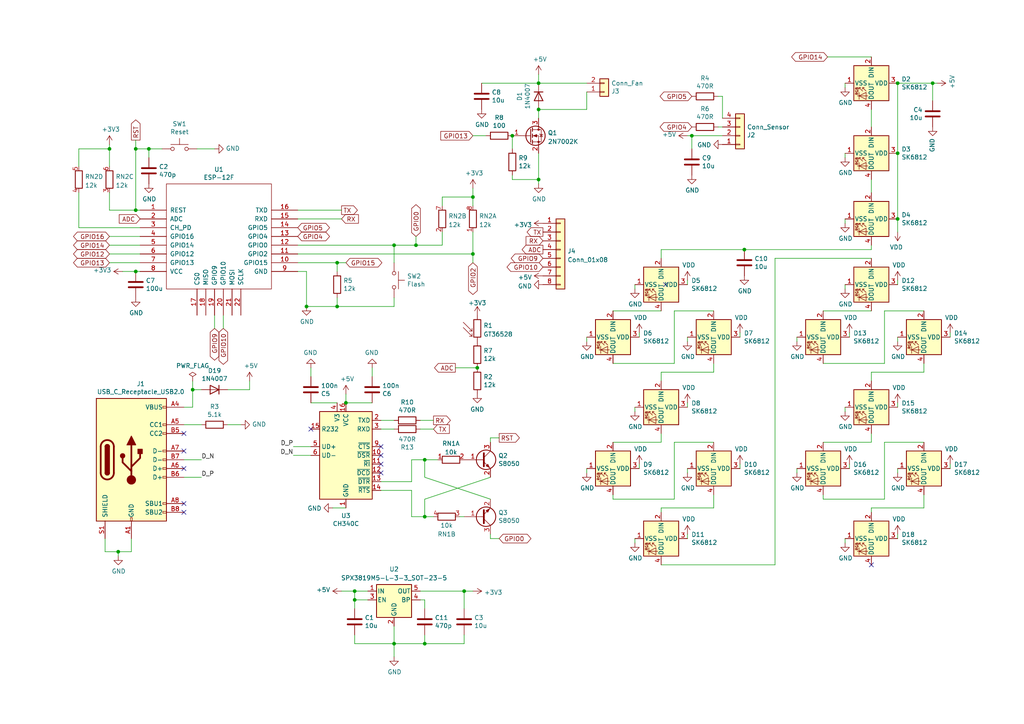
<source format=kicad_sch>
(kicad_sch (version 20211123) (generator eeschema)
  (paper "A4")
  (title_block (title "ESPriktning"))
  (junction (at 137.16 73.66))
  (junction (at 39.37 78.74))
  (junction (at 114.3 186.69))
  (junction (at 138.43 106.68))
  (junction (at 43.18 43.18))
  (junction (at 260.35 63.5))
  (junction (at 156.21 52.07))
  (junction (at 137.16 57.15))
  (junction (at 270.51 24.13))
  (junction (at 260.35 24.13))
  (junction (at 39.37 60.96))
  (junction (at 102.87 171.45))
  (junction (at 156.21 24.13))
  (junction (at 97.79 76.2))
  (junction (at 123.19 186.69))
  (junction (at 148.59 39.37))
  (junction (at 260.35 44.45))
  (junction (at 100.33 116.84))
  (junction (at 39.37 43.18))
  (junction (at 34.29 160.02))
  (junction (at 120.65 71.12))
  (junction (at 123.19 149.86))
  (junction (at 31.75 43.18))
  (junction (at 114.3 71.12))
  (junction (at 200.66 39.37))
  (junction (at 97.79 88.9))
  (junction (at 156.21 31.75))
  (junction (at 88.9 88.9))
  (junction (at 134.62 171.45))
  (junction (at 123.19 133.35))
  (junction (at 215.9 72.39))
  (junction (at 102.87 173.99))
  (junction (at 55.88 113.03))
  (no_connect (at 110.49 132.08))
  (no_connect (at 53.34 125.73))
  (no_connect (at 53.34 148.59))
  (no_connect (at 252.73 163.83))
  (no_connect (at 110.49 129.54))
  (no_connect (at 110.49 134.62))
  (no_connect (at 90.17 124.46))
  (no_connect (at 53.34 130.81))
  (no_connect (at 53.34 135.89))
  (no_connect (at 193.04 82.55))
  (no_connect (at 110.49 137.16))
  (no_connect (at 53.34 146.05))
  (wire (pts (xy 86.36 71.12) (xy 114.3 71.12)))
  (wire (pts (xy 114.3 76.2) (xy 114.3 71.12)))
  (wire (pts (xy 195.58 90.17) (xy 207.01 90.17)))
  (wire (pts (xy 148.59 50.8) (xy 148.59 52.07)))
  (wire (pts (xy 214.63 97.79) (xy 214.63 96.52)))
  (wire (pts (xy 114.3 88.9) (xy 97.79 88.9)))
  (wire (pts (xy 119.38 133.35) (xy 123.19 133.35)))
  (wire (pts (xy 214.63 135.89) (xy 214.63 134.62)))
  (wire (pts (xy 97.79 76.2) (xy 100.33 76.2)))
  (wire (pts (xy 156.21 44.45) (xy 156.21 52.07)))
  (wire (pts (xy 252.73 147.32) (xy 252.73 148.59)))
  (wire (pts (xy 191.77 107.95) (xy 191.77 110.49)))
  (wire (pts (xy 123.19 149.86) (xy 125.73 149.86)))
  (wire (pts (xy 209.55 27.94) (xy 209.55 34.29)))
  (wire (pts (xy 191.77 125.73) (xy 191.77 128.27)))
  (wire (pts (xy 53.34 133.35) (xy 58.42 133.35)))
  (wire (pts (xy 170.18 31.75) (xy 156.21 31.75)))
  (wire (pts (xy 137.16 73.66) (xy 137.16 76.2)))
  (wire (pts (xy 40.64 68.58) (xy 31.75 68.58)))
  (wire (pts (xy 85.09 129.54) (xy 90.17 129.54)))
  (wire (pts (xy 123.19 184.15) (xy 123.19 186.69)))
  (wire (pts (xy 119.38 149.86) (xy 123.19 149.86)))
  (wire (pts (xy 132.08 106.68) (xy 138.43 106.68)))
  (wire (pts (xy 170.18 26.67) (xy 170.18 31.75)))
  (wire (pts (xy 107.95 116.84) (xy 100.33 116.84)))
  (wire (pts (xy 252.73 72.39) (xy 215.9 72.39)))
  (wire (pts (xy 97.79 116.84) (xy 90.17 116.84)))
  (wire (pts (xy 224.79 163.83) (xy 224.79 74.93)))
  (wire (pts (xy 40.64 76.2) (xy 31.75 76.2)))
  (wire (pts (xy 144.78 156.21) (xy 142.24 156.21)))
  (wire (pts (xy 200.66 43.18) (xy 200.66 39.37)))
  (wire (pts (xy 30.48 156.21) (xy 30.48 160.02)))
  (wire (pts (xy 170.18 97.79) (xy 170.18 99.06)))
  (wire (pts (xy 123.19 186.69) (xy 114.3 186.69)))
  (wire (pts (xy 207.01 143.51) (xy 207.01 147.32)))
  (wire (pts (xy 100.33 147.32) (xy 96.52 147.32)))
  (wire (pts (xy 114.3 181.61) (xy 114.3 186.69)))
  (wire (pts (xy 208.28 36.83) (xy 209.55 36.83)))
  (wire (pts (xy 86.36 78.74) (xy 88.9 78.74)))
  (wire (pts (xy 34.29 160.02) (xy 38.1 160.02)))
  (wire (pts (xy 137.16 57.15) (xy 137.16 59.69)))
  (wire (pts (xy 231.14 97.79) (xy 231.14 99.06)))
  (wire (pts (xy 200.66 39.37) (xy 199.39 39.37)))
  (wire (pts (xy 128.27 57.15) (xy 137.16 57.15)))
  (wire (pts (xy 134.62 186.69) (xy 123.19 186.69)))
  (wire (pts (xy 43.18 45.72) (xy 43.18 43.18)))
  (wire (pts (xy 43.18 43.18) (xy 46.99 43.18)))
  (wire (pts (xy 31.75 43.18) (xy 22.86 43.18)))
  (wire (pts (xy 238.76 144.78) (xy 256.54 144.78)))
  (wire (pts (xy 40.64 73.66) (xy 31.75 73.66)))
  (wire (pts (xy 125.73 121.92) (xy 121.92 121.92)))
  (wire (pts (xy 31.75 60.96) (xy 39.37 60.96)))
  (wire (pts (xy 114.3 124.46) (xy 110.49 124.46)))
  (wire (pts (xy 86.36 60.96) (xy 99.06 60.96)))
  (wire (pts (xy 66.04 113.03) (xy 72.39 113.03)))
  (wire (pts (xy 39.37 43.18) (xy 43.18 43.18)))
  (wire (pts (xy 30.48 160.02) (xy 34.29 160.02)))
  (wire (pts (xy 39.37 43.18) (xy 39.37 40.64)))
  (wire (pts (xy 185.42 97.79) (xy 185.42 96.52)))
  (wire (pts (xy 114.3 186.69) (xy 102.87 186.69)))
  (wire (pts (xy 156.21 24.13) (xy 170.18 24.13)))
  (wire (pts (xy 267.97 105.41) (xy 267.97 107.95)))
  (wire (pts (xy 238.76 105.41) (xy 256.54 105.41)))
  (wire (pts (xy 99.06 171.45) (xy 102.87 171.45)))
  (wire (pts (xy 97.79 86.36) (xy 97.79 88.9)))
  (wire (pts (xy 195.58 144.78) (xy 195.58 128.27)))
  (wire (pts (xy 170.18 137.16) (xy 170.18 135.89)))
  (wire (pts (xy 245.11 83.82) (xy 245.11 82.55)))
  (wire (pts (xy 260.35 82.55) (xy 260.35 81.28)))
  (wire (pts (xy 102.87 171.45) (xy 102.87 173.99)))
  (wire (pts (xy 134.62 184.15) (xy 134.62 186.69)))
  (wire (pts (xy 199.39 97.79) (xy 199.39 99.06)))
  (wire (pts (xy 245.11 45.72) (xy 245.11 44.45)))
  (wire (pts (xy 88.9 78.74) (xy 88.9 88.9)))
  (wire (pts (xy 114.3 71.12) (xy 120.65 71.12)))
  (wire (pts (xy 195.58 144.78) (xy 177.8 144.78)))
  (wire (pts (xy 133.35 149.86) (xy 134.62 149.86)))
  (wire (pts (xy 31.75 55.88) (xy 31.75 60.96)))
  (wire (pts (xy 110.49 142.24) (xy 119.38 142.24)))
  (wire (pts (xy 58.42 123.19) (xy 53.34 123.19)))
  (wire (pts (xy 256.54 128.27) (xy 267.97 128.27)))
  (wire (pts (xy 134.62 171.45) (xy 134.62 176.53)))
  (wire (pts (xy 156.21 34.29) (xy 156.21 31.75)))
  (wire (pts (xy 195.58 105.41) (xy 195.58 90.17)))
  (wire (pts (xy 137.16 67.31) (xy 137.16 73.66)))
  (wire (pts (xy 55.88 113.03) (xy 55.88 118.11)))
  (wire (pts (xy 123.19 173.99) (xy 123.19 176.53)))
  (wire (pts (xy 191.77 163.83) (xy 224.79 163.83)))
  (wire (pts (xy 246.38 97.79) (xy 246.38 96.52)))
  (wire (pts (xy 260.35 24.13) (xy 260.35 44.45)))
  (wire (pts (xy 128.27 67.31) (xy 128.27 71.12)))
  (wire (pts (xy 64.77 95.25) (xy 64.77 91.44)))
  (wire (pts (xy 252.73 71.12) (xy 252.73 72.39)))
  (wire (pts (xy 114.3 121.92) (xy 110.49 121.92)))
  (wire (pts (xy 252.73 125.73) (xy 252.73 128.27)))
  (wire (pts (xy 256.54 144.78) (xy 256.54 128.27)))
  (wire (pts (xy 245.11 64.77) (xy 245.11 63.5)))
  (wire (pts (xy 177.8 143.51) (xy 177.8 144.78)))
  (wire (pts (xy 252.73 55.88) (xy 252.73 52.07)))
  (wire (pts (xy 191.77 90.17) (xy 177.8 90.17)))
  (wire (pts (xy 260.35 137.16) (xy 260.35 135.89)))
  (wire (pts (xy 85.09 132.08) (xy 90.17 132.08)))
  (wire (pts (xy 224.79 74.93) (xy 252.73 74.93)))
  (wire (pts (xy 100.33 116.84) (xy 100.33 114.3)))
  (wire (pts (xy 275.59 97.79) (xy 275.59 96.52)))
  (wire (pts (xy 142.24 128.27) (xy 142.24 127)))
  (wire (pts (xy 128.27 57.15) (xy 128.27 59.69)))
  (wire (pts (xy 53.34 138.43) (xy 58.42 138.43)))
  (wire (pts (xy 209.55 39.37) (xy 200.66 39.37)))
  (wire (pts (xy 39.37 43.18) (xy 39.37 60.96)))
  (wire (pts (xy 53.34 118.11) (xy 55.88 118.11)))
  (wire (pts (xy 102.87 173.99) (xy 102.87 176.53)))
  (wire (pts (xy 240.03 16.51) (xy 252.73 16.51)))
  (wire (pts (xy 142.24 127) (xy 144.78 127)))
  (wire (pts (xy 62.23 95.25) (xy 62.23 91.44)))
  (wire (pts (xy 102.87 171.45) (xy 106.68 171.45)))
  (wire (pts (xy 156.21 24.13) (xy 156.21 21.59)))
  (wire (pts (xy 31.75 43.18) (xy 31.75 48.26)))
  (wire (pts (xy 267.97 143.51) (xy 267.97 147.32)))
  (wire (pts (xy 38.1 160.02) (xy 38.1 156.21)))
  (wire (pts (xy 123.19 149.86) (xy 123.19 144.78)))
  (wire (pts (xy 184.15 157.48) (xy 184.15 156.21)))
  (wire (pts (xy 185.42 135.89) (xy 185.42 134.62)))
  (wire (pts (xy 215.9 72.39) (xy 191.77 72.39)))
  (wire (pts (xy 252.73 128.27) (xy 238.76 128.27)))
  (wire (pts (xy 22.86 43.18) (xy 22.86 48.26)))
  (wire (pts (xy 246.38 135.89) (xy 246.38 134.62)))
  (wire (pts (xy 184.15 83.82) (xy 184.15 82.55)))
  (wire (pts (xy 207.01 107.95) (xy 191.77 107.95)))
  (wire (pts (xy 123.19 138.43) (xy 123.19 133.35)))
  (wire (pts (xy 62.23 43.18) (xy 57.15 43.18)))
  (wire (pts (xy 72.39 113.03) (xy 72.39 110.49)))
  (wire (pts (xy 31.75 41.91) (xy 31.75 43.18)))
  (wire (pts (xy 39.37 60.96) (xy 40.64 60.96)))
  (wire (pts (xy 142.24 144.78) (xy 123.19 138.43)))
  (wire (pts (xy 252.73 90.17) (xy 238.76 90.17)))
  (wire (pts (xy 58.42 113.03) (xy 55.88 113.03)))
  (wire (pts (xy 245.11 25.4) (xy 245.11 24.13)))
  (wire (pts (xy 184.15 119.38) (xy 184.15 118.11)))
  (wire (pts (xy 123.19 144.78) (xy 142.24 138.43)))
  (wire (pts (xy 207.01 105.41) (xy 207.01 107.95)))
  (wire (pts (xy 260.35 156.21) (xy 260.35 154.94)))
  (wire (pts (xy 114.3 88.9) (xy 114.3 86.36)))
  (wire (pts (xy 260.35 24.13) (xy 270.51 24.13)))
  (wire (pts (xy 275.59 135.89) (xy 275.59 134.62)))
  (wire (pts (xy 119.38 142.24) (xy 119.38 149.86)))
  (wire (pts (xy 86.36 76.2) (xy 97.79 76.2)))
  (wire (pts (xy 55.88 110.49) (xy 55.88 113.03)))
  (wire (pts (xy 34.29 161.29) (xy 34.29 160.02)))
  (wire (pts (xy 156.21 24.13) (xy 139.7 24.13)))
  (wire (pts (xy 199.39 82.55) (xy 199.39 81.28)))
  (wire (pts (xy 156.21 52.07) (xy 156.21 53.34)))
  (wire (pts (xy 40.64 71.12) (xy 31.75 71.12)))
  (wire (pts (xy 102.87 184.15) (xy 102.87 186.69)))
  (wire (pts (xy 120.65 71.12) (xy 128.27 71.12)))
  (wire (pts (xy 148.59 43.18) (xy 148.59 39.37)))
  (wire (pts (xy 256.54 90.17) (xy 267.97 90.17)))
  (wire (pts (xy 191.77 128.27) (xy 177.8 128.27)))
  (wire (pts (xy 195.58 128.27) (xy 207.01 128.27)))
  (wire (pts (xy 260.35 44.45) (xy 260.35 63.5)))
  (wire (pts (xy 120.65 68.58) (xy 120.65 71.12)))
  (wire (pts (xy 260.35 118.11) (xy 260.35 116.84)))
  (wire (pts (xy 22.86 66.04) (xy 40.64 66.04)))
  (wire (pts (xy 121.92 173.99) (xy 123.19 173.99)))
  (wire (pts (xy 199.39 137.16) (xy 199.39 135.89)))
  (wire (pts (xy 22.86 55.88) (xy 22.86 66.04)))
  (wire (pts (xy 107.95 109.22) (xy 107.95 106.68)))
  (wire (pts (xy 252.73 107.95) (xy 252.73 110.49)))
  (wire (pts (xy 137.16 171.45) (xy 134.62 171.45)))
  (wire (pts (xy 35.56 78.74) (xy 39.37 78.74)))
  (wire (pts (xy 121.92 171.45) (xy 134.62 171.45)))
  (wire (pts (xy 199.39 118.11) (xy 199.39 116.84)))
  (wire (pts (xy 199.39 156.21) (xy 199.39 154.94)))
  (wire (pts (xy 137.16 57.15) (xy 137.16 54.61)))
  (wire (pts (xy 39.37 78.74) (xy 40.64 78.74)))
  (wire (pts (xy 148.59 52.07) (xy 156.21 52.07)))
  (wire (pts (xy 125.73 124.46) (xy 121.92 124.46)))
  (wire (pts (xy 191.77 147.32) (xy 191.77 148.59)))
  (wire (pts (xy 270.51 24.13) (xy 271.78 24.13)))
  (wire (pts (xy 208.28 27.94) (xy 209.55 27.94)))
  (wire (pts (xy 256.54 105.41) (xy 256.54 90.17)))
  (wire (pts (xy 86.36 73.66) (xy 137.16 73.66)))
  (wire (pts (xy 267.97 107.95) (xy 252.73 107.95)))
  (wire (pts (xy 114.3 190.5) (xy 114.3 186.69)))
  (wire (pts (xy 86.36 63.5) (xy 99.06 63.5)))
  (wire (pts (xy 97.79 88.9) (xy 88.9 88.9)))
  (wire (pts (xy 267.97 147.32) (xy 252.73 147.32)))
  (wire (pts (xy 142.24 156.21) (xy 142.24 154.94)))
  (wire (pts (xy 123.19 133.35) (xy 127 133.35)))
  (wire (pts (xy 110.49 139.7) (xy 119.38 139.7)))
  (wire (pts (xy 245.11 119.38) (xy 245.11 118.11)))
  (wire (pts (xy 66.04 123.19) (xy 69.85 123.19)))
  (wire (pts (xy 191.77 72.39) (xy 191.77 74.93)))
  (wire (pts (xy 177.8 105.41) (xy 195.58 105.41)))
  (wire (pts (xy 102.87 173.99) (xy 106.68 173.99)))
  (wire (pts (xy 207.01 147.32) (xy 191.77 147.32)))
  (wire (pts (xy 252.73 36.83) (xy 252.73 31.75)))
  (wire (pts (xy 231.14 137.16) (xy 231.14 135.89)))
  (wire (pts (xy 245.11 157.48) (xy 245.11 156.21)))
  (wire (pts (xy 238.76 143.51) (xy 238.76 144.78)))
  (wire (pts (xy 260.35 63.5) (xy 260.35 67.31)))
  (wire (pts (xy 260.35 97.79) (xy 260.35 99.06)))
  (wire (pts (xy 119.38 139.7) (xy 119.38 133.35)))
  (wire (pts (xy 270.51 29.21) (xy 270.51 24.13)))
  (wire (pts (xy 97.79 76.2) (xy 97.79 78.74)))
  (wire (pts (xy 137.16 39.37) (xy 140.97 39.37)))
  (wire (pts (xy 90.17 109.22) (xy 90.17 106.68)))
  (label "D_P" (at 85.09 129.54 180))
  (label "D_N" (at 58.42 133.35 0))
  (label "D_N" (at 85.09 132.08 180))
  (label "D_P" (at 58.42 138.43 0))
  (global_label "RST" (shape output) (at 144.78 127 0) (property "Intersheet References" "${INTERSHEET_REFS}" (effects hide)))
  (global_label "GPIO10" (shape bidirectional) (at 64.77 95.25 270) (property "Intersheet References" "${INTERSHEET_REFS}" (effects hide)))
  (global_label "GPIO16" (shape bidirectional) (at 31.75 68.58 180) (property "Intersheet References" "${INTERSHEET_REFS}" (effects hide)))
  (global_label "GPIO15" (shape bidirectional) (at 100.33 76.2 0) (property "Intersheet References" "${INTERSHEET_REFS}" (effects hide)))
  (global_label "GPIO0" (shape bidirectional) (at 120.65 68.58 90) (property "Intersheet References" "${INTERSHEET_REFS}" (effects hide)))
  (global_label "GPIO10" (shape bidirectional) (at 157.48 77.47 180) (property "Intersheet References" "${INTERSHEET_REFS}" (effects hide)))
  (global_label "GPIO14" (shape bidirectional) (at 240.03 16.51 180) (property "Intersheet References" "${INTERSHEET_REFS}" (effects hide)))
  (global_label "ADC" (shape output) (at 157.48 72.39 180) (property "Intersheet References" "${INTERSHEET_REFS}" (effects hide)))
  (global_label "GPIO4" (shape bidirectional) (at 86.36 68.58 0) (property "Intersheet References" "${INTERSHEET_REFS}" (effects hide)))
  (global_label "GPIO13" (shape input) (at 137.16 39.37 180) (property "Intersheet References" "${INTERSHEET_REFS}" (effects hide)))
  (global_label "GPIO5" (shape bidirectional) (at 200.66 27.94 180) (property "Intersheet References" "${INTERSHEET_REFS}" (effects hide)))
  (global_label "GPIO14" (shape bidirectional) (at 31.75 71.12 180) (property "Intersheet References" "${INTERSHEET_REFS}" (effects hide)))
  (global_label "RX" (shape output) (at 125.73 121.92 0) (property "Intersheet References" "${INTERSHEET_REFS}" (effects hide)))
  (global_label "RST" (shape output) (at 39.37 40.64 90) (property "Intersheet References" "${INTERSHEET_REFS}" (effects hide)))
  (global_label "TX" (shape output) (at 157.48 67.31 180) (property "Intersheet References" "${INTERSHEET_REFS}" (effects hide)))
  (global_label "TX" (shape input) (at 125.73 124.46 0) (property "Intersheet References" "${INTERSHEET_REFS}" (effects hide)))
  (global_label "TX" (shape output) (at 99.06 60.96 0) (property "Intersheet References" "${INTERSHEET_REFS}" (effects hide)))
  (global_label "GPIO0" (shape bidirectional) (at 144.78 156.21 0) (property "Intersheet References" "${INTERSHEET_REFS}" (effects hide)))
  (global_label "GPIO5" (shape bidirectional) (at 86.36 66.04 0) (property "Intersheet References" "${INTERSHEET_REFS}" (effects hide)))
  (global_label "ADC" (shape output) (at 132.08 106.68 180) (property "Intersheet References" "${INTERSHEET_REFS}" (effects hide)))
  (global_label "GPIO4" (shape bidirectional) (at 200.66 36.83 180) (property "Intersheet References" "${INTERSHEET_REFS}" (effects hide)))
  (global_label "GPIO9" (shape bidirectional) (at 62.23 95.25 270) (property "Intersheet References" "${INTERSHEET_REFS}" (effects hide)))
  (global_label "RX" (shape input) (at 157.48 69.85 180) (property "Intersheet References" "${INTERSHEET_REFS}" (effects hide)))
  (global_label "GPIO13" (shape bidirectional) (at 31.75 76.2 180) (property "Intersheet References" "${INTERSHEET_REFS}" (effects hide)))
  (global_label "GPIO12" (shape bidirectional) (at 31.75 73.66 180) (property "Intersheet References" "${INTERSHEET_REFS}" (effects hide)))
  (global_label "ADC" (shape input) (at 40.64 63.5 180) (property "Intersheet References" "${INTERSHEET_REFS}" (effects hide)))
  (global_label "GPIO2" (shape bidirectional) (at 137.16 76.2 270) (property "Intersheet References" "${INTERSHEET_REFS}" (effects hide)))
  (global_label "RX" (shape input) (at 99.06 63.5 0) (property "Intersheet References" "${INTERSHEET_REFS}" (effects hide)))
  (global_label "GPIO9" (shape bidirectional) (at 157.48 74.93 180) (property "Intersheet References" "${INTERSHEET_REFS}" (effects hide)))
  (symbol (lib_id "ESP8266:ESP-12F") (at 63.5 68.58 0) (unit 1)
    (property "Reference" "U1" (at 63.5 49.149 0))
    (property "Value" "ESP-12F" (at 63.5 51.4604 0))
    (property "Footprint" "ESP8266:ESP-12E_SMD" (effects hide))
    (property "LCSC" "C82891" (effects hide))
  )
  (symbol (lib_id "power:GND") (at 88.9 88.9 0) (unit 1)
    (property "Reference" "#PWR08" (effects hide))
    (property "Value" "GND" (at 89.027 93.2942 0))
  )
  (symbol (lib_id "Regulator_Linear:SPX3819M5-L-3-3") (at 114.3 173.99 0) (unit 1)
    (property "Reference" "U2" (at 114.3 165.1 0))
    (property "Value" "SPX3819M5-L-3-3_SOT-23-5" (at 114.3 167.64 0))
    (property "Footprint" "Package_TO_SOT_SMD:SOT-23-5" (effects hide))
    (property "Datasheet" "https://www.exar.com/content/document.ashx?id=22106&languageid=1033&type=Datasheet&partnumber=SPX3819&filename=SPX3819.pdf&part=SPX3819" (effects hide))
  )
  (symbol (lib_id "power:+5V") (at 99.06 171.45 90) (unit 1)
    (property "Reference" "#PWR09" (effects hide))
    (property "Value" "+5V" (at 95.8088 171.069 90) (effects (justify left)))
  )
  (symbol (lib_id "power:GND") (at 114.3 190.5 0) (unit 1)
    (property "Reference" "#PWR012" (effects hide))
    (property "Value" "GND" (at 114.427 194.8942 0))
  )
  (symbol (lib_id "Device:R") (at 144.78 39.37 270) (unit 1)
    (property "Reference" "R8" (at 144.78 34.1122 90))
    (property "Value" "100" (at 144.78 36.4236 90))
    (property "Footprint" "Resistor_SMD:R_0603_1608Metric" (effects hide))
    (property "LCSC" "C86983" (effects hide))
  )
  (symbol (lib_id "Device:R") (at 148.59 46.99 0) (unit 1)
    (property "Reference" "R9" (at 150.368 45.8216 0) (effects (justify left)))
    (property "Value" "12k" (at 150.368 48.133 0) (effects (justify left)))
    (property "Footprint" "Resistor_SMD:R_0603_1608Metric" (effects hide))
    (property "LCSC" "C98220" (effects hide))
  )
  (symbol (lib_id "power:GND") (at 156.21 53.34 0) (unit 1)
    (property "Reference" "#PWR016" (effects hide))
    (property "Value" "GND" (at 156.337 57.7342 0))
  )
  (symbol (lib_id "power:+5V") (at 156.21 21.59 0) (unit 1)
    (property "Reference" "#PWR015" (effects hide))
    (property "Value" "+5V" (at 156.591 17.1958 0))
  )
  (symbol (lib_id "Connector_Generic:Conn_01x02") (at 175.26 26.67 0) (mirror x) (unit 1)
    (property "Reference" "J3" (at 177.292 26.4668 0) (effects (justify left)))
    (property "Value" "Conn_Fan" (at 177.292 24.1554 0) (effects (justify left)))
    (property "Footprint" "Connector_Molex:Molex_PicoBlade_53398-0271_1x02-1MP_P1.25mm_Vertical" (effects hide))
    (property "LCSC" "C122410" (effects hide))
  )
  (symbol (lib_id "Device:R") (at 97.79 82.55 0) (unit 1)
    (property "Reference" "R5" (at 99.568 81.3816 0) (effects (justify left)))
    (property "Value" "12k" (at 99.568 83.693 0) (effects (justify left)))
    (property "Footprint" "Resistor_SMD:R_0603_1608Metric" (effects hide))
    (property "LCSC" "C98220" (effects hide))
  )
  (symbol (lib_id "power:GND") (at 270.51 36.83 0) (mirror y) (unit 1)
    (property "Reference" "#PWR047" (effects hide))
    (property "Value" "GND" (at 270.383 40.0812 90) (effects (justify right)))
  )
  (symbol (lib_id "Switch:SW_Push") (at 114.3 81.28 270) (unit 1)
    (property "Reference" "SW2" (at 118.0592 80.1116 90) (effects (justify left)))
    (property "Value" "Flash" (at 118.0592 82.423 90) (effects (justify left)))
    (property "Footprint" "Connector_PinHeader_1.00mm:PinHeader_1x02_P1.00mm_Vertical" (effects hide))
  )
  (symbol (lib_id "Switch:SW_Push") (at 52.07 43.18 0) (unit 1)
    (property "Reference" "SW1" (at 52.07 35.941 0))
    (property "Value" "Reset" (at 52.07 38.2524 0))
    (property "Footprint" "Connector_PinHeader_1.00mm:PinHeader_1x02_P1.00mm_Vertical" (effects hide))
  )
  (symbol (lib_id "Device:C") (at 43.18 49.53 0) (unit 1)
    (property "Reference" "C2" (at 46.101 48.3616 0) (effects (justify left)))
    (property "Value" "470p" (at 46.101 50.673 0) (effects (justify left)))
    (property "Footprint" "Capacitor_SMD:C_0603_1608Metric" (effects hide))
    (property "LCSC" "C123573" (effects hide))
  )
  (symbol (lib_id "power:GND") (at 43.18 53.34 0) (unit 1)
    (property "Reference" "#PWR04" (effects hide))
    (property "Value" "GND" (at 43.307 57.7342 0))
  )
  (symbol (lib_id "Connector:USB_C_Receptacle_USB2.0") (at 38.1 133.35 0) (unit 1)
    (property "Reference" "J1" (at 40.8178 111.3282 0))
    (property "Value" "USB_C_Receptacle_USB2.0" (at 40.8178 113.6396 0))
    (property "Footprint" "espriktning:usb-c-vertical-8" (effects hide))
    (property "Datasheet" "https://www.usb.org/sites/default/files/documents/usb_type-c.zip" (effects hide))
    (property "LCSC" "C2908199" (effects hide))
  )
  (symbol (lib_id "power:+5V") (at 271.78 24.13 270) (mirror x) (unit 1)
    (property "Reference" "#PWR050" (effects hide))
    (property "Value" "+5V" (at 276.1742 23.749 0))
  )
  (symbol (lib_id "power:GND") (at 34.29 161.29 0) (unit 1)
    (property "Reference" "#PWR02" (effects hide))
    (property "Value" "GND" (at 34.417 165.6842 0))
  )
  (symbol (lib_id "Device:R") (at 62.23 123.19 270) (unit 1)
    (property "Reference" "R3" (at 62.23 117.9322 90))
    (property "Value" "5.1k" (at 62.23 120.2436 90))
    (property "Footprint" "Resistor_SMD:R_0603_1608Metric" (effects hide))
    (property "LCSC" "C156350" (effects hide))
  )
  (symbol (lib_id "power:GND") (at 69.85 123.19 90) (unit 1)
    (property "Reference" "#PWR07" (effects hide))
    (property "Value" "GND" (at 73.1012 123.063 90) (effects (justify right)))
  )
  (symbol (lib_id "power:+5V") (at 72.39 110.49 0) (unit 1)
    (property "Reference" "#PWR05" (effects hide))
    (property "Value" "+5V" (at 72.771 106.0958 0))
  )
  (symbol (lib_id "power:PWR_FLAG") (at 55.88 110.49 0) (unit 1)
    (property "Reference" "#FLG01" (effects hide))
    (property "Value" "PWR_FLAG" (at 55.88 106.0958 0))
  )
  (symbol (lib_id "Device:C") (at 270.51 33.02 0) (mirror y) (unit 1)
    (property "Reference" "C4" (at 267.589 31.8516 0) (effects (justify left)))
    (property "Value" "10u" (at 267.589 34.163 0) (effects (justify left)))
    (property "Footprint" "Capacitor_SMD:C_1206_3216Metric" (effects hide))
    (property "LCSC" "C9807" (effects hide))
  )
  (symbol (lib_id "Connector_Generic:Conn_01x04") (at 214.63 39.37 0) (mirror x) (unit 1)
    (property "Reference" "J2" (at 216.662 39.1668 0) (effects (justify left)))
    (property "Value" "Conn_Sensor" (at 216.662 36.8554 0) (effects (justify left)))
    (property "Footprint" "espriktning:X1502WVS-04-9TSN" (effects hide))
    (property "LCSC" "C234195" (effects hide))
  )
  (symbol (lib_id "power:+5V") (at 199.39 39.37 90) (unit 1)
    (property "Reference" "#PWR010" (effects hide))
    (property "Value" "+5V" (at 196.1388 38.989 90) (effects (justify left)))
  )
  (symbol (lib_id "power:GND") (at 62.23 43.18 90) (unit 1)
    (property "Reference" "#PWR06" (effects hide))
    (property "Value" "GND" (at 65.4812 43.053 90) (effects (justify right)))
  )
  (symbol (lib_id "power:GND") (at 209.55 41.91 270) (unit 1)
    (property "Reference" "#PWR011" (effects hide))
    (property "Value" "GND" (at 206.2988 42.037 90) (effects (justify right)))
  )
  (symbol (lib_id "LED:SK6812") (at 252.73 63.5 270) (unit 1)
    (property "Reference" "D4" (at 261.4676 62.3316 90) (effects (justify left)))
    (property "Value" "SK6812" (at 261.4676 64.643 90) (effects (justify left)))
    (property "Footprint" "espriktning:SK6812D-EC3210R" (effects hide))
    (property "Datasheet" "https://cdn-shop.adafruit.com/product-files/1138/SK6812+LED+datasheet+.pdf" (effects hide))
    (property "LCSC" "C2890041" (effects hide))
  )
  (symbol (lib_id "power:GND") (at 245.11 25.4 0) (unit 1)
    (property "Reference" "#PWR033" (effects hide))
    (property "Value" "GND" (at 245.237 29.7942 0))
  )
  (symbol (lib_id "power:GND") (at 245.11 45.72 0) (unit 1)
    (property "Reference" "#PWR034" (effects hide))
    (property "Value" "GND" (at 245.237 50.1142 0))
  )
  (symbol (lib_id "Device:C") (at 134.62 180.34 0) (unit 1)
    (property "Reference" "C3" (at 137.541 179.1716 0) (effects (justify left)))
    (property "Value" "10u" (at 137.541 181.483 0) (effects (justify left)))
    (property "Footprint" "Capacitor_SMD:C_1206_3216Metric" (effects hide))
    (property "LCSC" "C9807" (effects hide))
  )
  (symbol (lib_id "power:GND") (at 245.11 64.77 0) (unit 1)
    (property "Reference" "#PWR035" (effects hide))
    (property "Value" "GND" (at 245.237 69.1642 0))
  )
  (symbol (lib_id "power:GND") (at 96.52 147.32 270) (unit 1)
    (property "Reference" "#PWR0101" (effects hide))
    (property "Value" "GND" (at 93.2688 147.447 90) (effects (justify right)))
  )
  (symbol (lib_id "Device:R") (at 118.11 121.92 270) (unit 1)
    (property "Reference" "R10" (at 118.11 116.6622 90))
    (property "Value" "470R" (at 118.11 118.9736 90))
    (property "Footprint" "Resistor_SMD:R_0603_1608Metric" (effects hide))
    (property "LCSC" "C116694" (effects hide))
  )
  (symbol (lib_id "power:VDD") (at 260.35 67.31 180) (unit 1)
    (property "Reference" "#PWR041" (effects hide))
    (property "Value" "VDD" (at 259.969 71.7042 0))
  )
  (symbol (lib_id "power:VDD") (at 199.39 81.28 0) (unit 1)
    (property "Reference" "#PWR024" (effects hide))
    (property "Value" "VDD" (at 199.771 76.8858 0))
  )
  (symbol (lib_id "power:VDD") (at 185.42 96.52 0) (unit 1)
    (property "Reference" "#PWR023" (effects hide))
    (property "Value" "VDD" (at 185.801 92.1258 0))
  )
  (symbol (lib_id "power:GND") (at 184.15 83.82 0) (unit 1)
    (property "Reference" "#PWR019" (effects hide))
    (property "Value" "GND" (at 184.277 88.2142 0))
  )
  (symbol (lib_id "Device:C") (at 107.95 113.03 0) (mirror x) (unit 1)
    (property "Reference" "C6" (at 110.871 114.1984 0) (effects (justify left)))
    (property "Value" "100n" (at 110.871 111.887 0) (effects (justify left)))
    (property "Footprint" "Capacitor_SMD:C_0805_2012Metric" (effects hide))
    (property "LCSC" "C9807" (effects hide))
  )
  (symbol (lib_id "power:GND") (at 107.95 106.68 180) (unit 1)
    (property "Reference" "#PWR0102" (effects hide))
    (property "Value" "GND" (at 107.823 102.2858 0))
  )
  (symbol (lib_id "power:GND") (at 199.39 99.06 0) (unit 1)
    (property "Reference" "#PWR025" (effects hide))
    (property "Value" "GND" (at 199.517 103.4542 0))
  )
  (symbol (lib_id "power:GND") (at 170.18 99.06 0) (unit 1)
    (property "Reference" "#PWR018" (effects hide))
    (property "Value" "GND" (at 170.307 103.4542 0))
  )
  (symbol (lib_id "LED:SK6812") (at 252.73 44.45 270) (unit 1)
    (property "Reference" "D3" (at 261.4676 43.2816 90) (effects (justify left)))
    (property "Value" "SK6812" (at 261.4676 45.593 90) (effects (justify left)))
    (property "Footprint" "espriktning:SK6812D-EC3210R" (effects hide))
    (property "Datasheet" "https://cdn-shop.adafruit.com/product-files/1138/SK6812+LED+datasheet+.pdf" (effects hide))
    (property "LCSC" "C2890041" (effects hide))
  )
  (symbol (lib_id "Device:C") (at 39.37 82.55 0) (unit 1)
    (property "Reference" "C7" (at 42.291 81.3816 0) (effects (justify left)))
    (property "Value" "100u" (at 42.291 83.693 0) (effects (justify left)))
    (property "Footprint" "Capacitor_SMD:C_0805_2012Metric" (effects hide))
    (property "LCSC" "C141660" (effects hide))
  )
  (symbol (lib_id "power:GND") (at 184.15 119.38 0) (unit 1)
    (property "Reference" "#PWR020" (effects hide))
    (property "Value" "GND" (at 184.277 123.7742 0))
  )
  (symbol (lib_id "power:VDD") (at 214.63 96.52 0) (unit 1)
    (property "Reference" "#PWR029" (effects hide))
    (property "Value" "VDD" (at 215.011 92.1258 0))
  )
  (symbol (lib_id "Device:R") (at 118.11 124.46 270) (mirror x) (unit 1)
    (property "Reference" "R13" (at 118.11 129.7178 90))
    (property "Value" "470R" (at 118.11 127.4064 90))
    (property "Footprint" "Resistor_SMD:R_0603_1608Metric" (effects hide))
    (property "LCSC" "C116694" (effects hide))
  )
  (symbol (lib_id "power:GND") (at 170.18 137.16 0) (unit 1)
    (property "Reference" "#PWR017" (effects hide))
    (property "Value" "GND" (at 170.307 141.5542 0))
  )
  (symbol (lib_id "power:VDD") (at 199.39 116.84 0) (unit 1)
    (property "Reference" "#PWR026" (effects hide))
    (property "Value" "VDD" (at 199.771 112.4458 0))
  )
  (symbol (lib_id "power:GND") (at 199.39 137.16 0) (unit 1)
    (property "Reference" "#PWR027" (effects hide))
    (property "Value" "GND" (at 199.517 141.5542 0))
  )
  (symbol (lib_id "power:GND") (at 184.15 157.48 0) (unit 1)
    (property "Reference" "#PWR022" (effects hide))
    (property "Value" "GND" (at 184.277 161.8742 0))
  )
  (symbol (lib_id "power:GND") (at 39.37 86.36 0) (unit 1)
    (property "Reference" "#PWR0105" (effects hide))
    (property "Value" "GND" (at 39.497 90.7542 0))
  )
  (symbol (lib_id "power:VDD") (at 185.42 134.62 0) (unit 1)
    (property "Reference" "#PWR021" (effects hide))
    (property "Value" "VDD" (at 185.801 130.2258 0))
  )
  (symbol (lib_id "power:VDD") (at 214.63 134.62 0) (unit 1)
    (property "Reference" "#PWR030" (effects hide))
    (property "Value" "VDD" (at 215.011 130.2258 0))
  )
  (symbol (lib_id "power:VDD") (at 199.39 154.94 0) (unit 1)
    (property "Reference" "#PWR028" (effects hide))
    (property "Value" "VDD" (at 199.771 150.5458 0))
  )
  (symbol (lib_id "power:+5V") (at 100.33 114.3 0) (unit 1)
    (property "Reference" "#PWR0103" (effects hide))
    (property "Value" "+5V" (at 100.711 109.9058 0))
  )
  (symbol (lib_id "power:+3.3V") (at 137.16 171.45 270) (unit 1)
    (property "Reference" "#PWR0106" (effects hide))
    (property "Value" "+3.3V" (at 140.4112 171.831 90) (effects (justify left)))
  )
  (symbol (lib_name "S8050_1") (lib_id "Transistor_BJT:S8050") (at 139.7 133.35 0) (unit 1)
    (property "Reference" "Q2" (at 144.526 132.1816 0) (effects (justify left)))
    (property "Value" "S8050" (at 144.526 134.493 0) (effects (justify left)))
    (property "Footprint" "Package_TO_SOT_SMD:SOT-23" (effects hide))
    (property "Datasheet" "http://www.unisonic.com.tw/datasheet/S8050.pdf" (effects hide))
    (property "LCSC" "C444722" (effects hide))
  )
  (symbol (lib_id "Transistor_BJT:S8050") (at 139.7 149.86 0) (mirror x) (unit 1)
    (property "Reference" "Q3" (at 144.526 148.6916 0) (effects (justify left)))
    (property "Value" "S8050" (at 144.526 151.003 0) (effects (justify left)))
    (property "Footprint" "Package_TO_SOT_SMD:SOT-23" (effects hide))
    (property "Datasheet" "http://www.unisonic.com.tw/datasheet/S8050.pdf" (effects hide))
    (property "LCSC" "C444722" (effects hide))
  )
  (symbol (lib_id "Diode:1N4007") (at 156.21 27.94 270) (unit 1)
    (property "Reference" "D1" (at 150.6982 27.94 0))
    (property "Value" "1N4007" (at 153.0096 27.94 0))
    (property "Footprint" "Diode_SMD:D_SOD-323" (effects hide))
    (property "Datasheet" "http://www.vishay.com/docs/88503/1n4001.pdf" (effects hide))
    (property "LCSC" "C193404" (effects hide))
  )
  (symbol (lib_id "power:GND") (at 245.11 83.82 0) (unit 1)
    (property "Reference" "#PWR036" (effects hide))
    (property "Value" "GND" (at 245.237 88.2142 0))
  )
  (symbol (lib_id "power:GND") (at 260.35 99.06 0) (unit 1)
    (property "Reference" "#PWR043" (effects hide))
    (property "Value" "GND" (at 260.477 103.4542 0))
  )
  (symbol (lib_id "power:GND") (at 231.14 99.06 0) (unit 1)
    (property "Reference" "#PWR032" (effects hide))
    (property "Value" "GND" (at 231.267 103.4542 0))
  )
  (symbol (lib_id "power:GND") (at 245.11 119.38 0) (unit 1)
    (property "Reference" "#PWR037" (effects hide))
    (property "Value" "GND" (at 245.237 123.7742 0))
  )
  (symbol (lib_id "power:GND") (at 231.14 137.16 0) (unit 1)
    (property "Reference" "#PWR031" (effects hide))
    (property "Value" "GND" (at 231.267 141.5542 0))
  )
  (symbol (lib_id "power:GND") (at 260.35 137.16 0) (unit 1)
    (property "Reference" "#PWR045" (effects hide))
    (property "Value" "GND" (at 260.477 141.5542 0))
  )
  (symbol (lib_id "power:GND") (at 245.11 157.48 0) (unit 1)
    (property "Reference" "#PWR039" (effects hide))
    (property "Value" "GND" (at 245.237 161.8742 0))
  )
  (symbol (lib_id "LED:SK6812") (at 267.97 97.79 270) (unit 1)
    (property "Reference" "D14" (at 276.7076 96.6216 90) (effects (justify left)))
    (property "Value" "SK6812" (at 276.7076 98.933 90) (effects (justify left)))
    (property "Footprint" "espriktning:SK6812D-EC3210R" (effects hide))
    (property "Datasheet" "https://cdn-shop.adafruit.com/product-files/1138/SK6812+LED+datasheet+.pdf" (effects hide))
    (property "LCSC" "C2890041" (effects hide))
  )
  (symbol (lib_id "LED:SK6812") (at 207.01 135.89 270) (unit 1)
    (property "Reference" "D10" (at 215.7476 134.7216 90) (effects (justify left)))
    (property "Value" "SK6812" (at 215.7476 137.033 90) (effects (justify left)))
    (property "Footprint" "espriktning:SK6812D-EC3210R" (effects hide))
    (property "Datasheet" "https://cdn-shop.adafruit.com/product-files/1138/SK6812+LED+datasheet+.pdf" (effects hide))
    (property "LCSC" "C2890041" (effects hide))
  )
  (symbol (lib_id "LED:SK6812") (at 267.97 135.89 270) (unit 1)
    (property "Reference" "D17" (at 276.7076 134.7216 90) (effects (justify left)))
    (property "Value" "SK6812" (at 276.7076 137.033 90) (effects (justify left)))
    (property "Footprint" "espriktning:SK6812D-EC3210R" (effects hide))
    (property "Datasheet" "https://cdn-shop.adafruit.com/product-files/1138/SK6812+LED+datasheet+.pdf" (effects hide))
    (property "LCSC" "C2890041" (effects hide))
  )
  (symbol (lib_id "LED:SK6812") (at 252.73 118.11 270) (unit 1)
    (property "Reference" "D15" (at 261.4676 116.9416 90) (effects (justify left)))
    (property "Value" "SK6812" (at 261.4676 119.253 90) (effects (justify left)))
    (property "Footprint" "espriktning:SK6812D-EC3210R" (effects hide))
    (property "Datasheet" "https://cdn-shop.adafruit.com/product-files/1138/SK6812+LED+datasheet+.pdf" (effects hide))
    (property "LCSC" "C2890041" (effects hide))
  )
  (symbol (lib_id "LED:SK6812") (at 252.73 156.21 270) (unit 1)
    (property "Reference" "D18" (at 261.4676 155.0416 90) (effects (justify left)))
    (property "Value" "SK6812" (at 261.4676 157.353 90) (effects (justify left)))
    (property "Footprint" "espriktning:SK6812D-EC3210R" (effects hide))
    (property "Datasheet" "https://cdn-shop.adafruit.com/product-files/1138/SK6812+LED+datasheet+.pdf" (effects hide))
    (property "LCSC" "C2890041" (effects hide))
  )
  (symbol (lib_id "LED:SK6812") (at 177.8 135.89 270) (unit 1)
    (property "Reference" "D9" (at 186.5376 134.7216 90) (effects (justify left)))
    (property "Value" "SK6812" (at 186.5376 137.033 90) (effects (justify left)))
    (property "Footprint" "espriktning:SK6812D-EC3210R" (effects hide))
    (property "Datasheet" "https://cdn-shop.adafruit.com/product-files/1138/SK6812+LED+datasheet+.pdf" (effects hide))
    (property "LCSC" "C2890041" (effects hide))
  )
  (symbol (lib_id "LED:SK6812") (at 238.76 135.89 270) (unit 1)
    (property "Reference" "D16" (at 247.4976 134.7216 90) (effects (justify left)))
    (property "Value" "SK6812" (at 247.4976 137.033 90) (effects (justify left)))
    (property "Footprint" "espriktning:SK6812D-EC3210R" (effects hide))
    (property "Datasheet" "https://cdn-shop.adafruit.com/product-files/1138/SK6812+LED+datasheet+.pdf" (effects hide))
    (property "LCSC" "C2890041" (effects hide))
  )
  (symbol (lib_id "power:VDD") (at 246.38 96.52 0) (unit 1)
    (property "Reference" "#PWR040" (effects hide))
    (property "Value" "VDD" (at 246.761 92.1258 0))
  )
  (symbol (lib_id "power:VDD") (at 275.59 96.52 0) (unit 1)
    (property "Reference" "#PWR048" (effects hide))
    (property "Value" "VDD" (at 275.971 92.1258 0))
  )
  (symbol (lib_id "power:VDD") (at 260.35 116.84 0) (unit 1)
    (property "Reference" "#PWR044" (effects hide))
    (property "Value" "VDD" (at 260.731 112.4458 0))
  )
  (symbol (lib_id "power:VDD") (at 246.38 134.62 0) (unit 1)
    (property "Reference" "#PWR038" (effects hide))
    (property "Value" "VDD" (at 246.761 130.2258 0))
  )
  (symbol (lib_id "power:VDD") (at 275.59 134.62 0) (unit 1)
    (property "Reference" "#PWR049" (effects hide))
    (property "Value" "VDD" (at 275.971 130.2258 0))
  )
  (symbol (lib_id "power:VDD") (at 260.35 154.94 0) (unit 1)
    (property "Reference" "#PWR046" (effects hide))
    (property "Value" "VDD" (at 260.731 150.5458 0))
  )
  (symbol (lib_id "power:+3.3V") (at 35.56 78.74 90) (unit 1)
    (property "Reference" "#PWR0107" (effects hide))
    (property "Value" "+3.3V" (at 32.3088 78.359 90) (effects (justify left)))
  )
  (symbol (lib_id "power:+3.3V") (at 31.75 41.91 0) (unit 1)
    (property "Reference" "#PWR0108" (effects hide))
    (property "Value" "+3.3V" (at 32.131 37.5158 0))
  )
  (symbol (lib_id "power:+3.3V") (at 137.16 54.61 0) (unit 1)
    (property "Reference" "#PWR0109" (effects hide))
    (property "Value" "+3.3V" (at 137.541 50.2158 0))
  )
  (symbol (lib_id "LED:SK6812") (at 207.01 97.79 270) (unit 1)
    (property "Reference" "D7" (at 215.7476 96.6216 90) (effects (justify left)))
    (property "Value" "SK6812" (at 215.7476 98.933 90) (effects (justify left)))
    (property "Footprint" "espriktning:SK6812D-EC3210R" (effects hide))
    (property "Datasheet" "https://cdn-shop.adafruit.com/product-files/1138/SK6812+LED+datasheet+.pdf" (effects hide))
    (property "LCSC" "C2890041" (effects hide))
  )
  (symbol (lib_id "power:VDD") (at 260.35 81.28 0) (unit 1)
    (property "Reference" "#PWR042" (effects hide))
    (property "Value" "VDD" (at 260.731 76.8858 0))
  )
  (symbol (lib_id "LED:SK6812") (at 238.76 97.79 270) (unit 1)
    (property "Reference" "D13" (at 247.4976 96.6216 90) (effects (justify left)))
    (property "Value" "SK6812" (at 247.4976 98.933 90) (effects (justify left)))
    (property "Footprint" "espriktning:SK6812D-EC3210R" (effects hide))
    (property "Datasheet" "https://cdn-shop.adafruit.com/product-files/1138/SK6812+LED+datasheet+.pdf" (effects hide))
    (property "LCSC" "C2890041" (effects hide))
  )
  (symbol (lib_id "LED:SK6812") (at 252.73 82.55 270) (unit 1)
    (property "Reference" "D12" (at 261.4676 81.3816 90) (effects (justify left)))
    (property "Value" "SK6812" (at 261.4676 83.693 90) (effects (justify left)))
    (property "Footprint" "espriktning:SK6812D-EC3210R" (effects hide))
    (property "Datasheet" "https://cdn-shop.adafruit.com/product-files/1138/SK6812+LED+datasheet+.pdf" (effects hide))
    (property "LCSC" "C2890041" (effects hide))
  )
  (symbol (lib_id "LED:SK6812") (at 191.77 82.55 270) (unit 1)
    (property "Reference" "D5" (at 200.5076 81.3816 90) (effects (justify left)))
    (property "Value" "SK6812" (at 200.5076 83.693 90) (effects (justify left)))
    (property "Footprint" "espriktning:SK6812D-EC3210R" (effects hide))
    (property "Datasheet" "https://cdn-shop.adafruit.com/product-files/1138/SK6812+LED+datasheet+.pdf" (effects hide))
    (property "LCSC" "C2890041" (effects hide))
  )
  (symbol (lib_id "LED:SK6812") (at 191.77 156.21 270) (unit 1)
    (property "Reference" "D11" (at 200.5076 155.0416 90) (effects (justify left)))
    (property "Value" "SK6812" (at 200.5076 157.353 90) (effects (justify left)))
    (property "Footprint" "espriktning:SK6812D-EC3210R" (effects hide))
    (property "Datasheet" "https://cdn-shop.adafruit.com/product-files/1138/SK6812+LED+datasheet+.pdf" (effects hide))
    (property "LCSC" "C2890041" (effects hide))
  )
  (symbol (lib_id "Diode:1N4007") (at 62.23 113.03 180) (unit 1)
    (property "Reference" "D19" (at 62.23 107.5182 0))
    (property "Value" "1N4007" (at 62.23 109.8296 0))
    (property "Footprint" "Diode_SMD:D_SOD-323" (effects hide))
    (property "Datasheet" "http://www.vishay.com/docs/88503/1n4001.pdf" (effects hide))
    (property "LCSC" "C193404" (effects hide))
  )
  (symbol (lib_id "LED:SK6812") (at 191.77 118.11 270) (unit 1)
    (property "Reference" "D8" (at 200.5076 116.9416 90) (effects (justify left)))
    (property "Value" "SK6812" (at 200.5076 119.253 90) (effects (justify left)))
    (property "Footprint" "espriktning:SK6812D-EC3210R" (effects hide))
    (property "Datasheet" "https://cdn-shop.adafruit.com/product-files/1138/SK6812+LED+datasheet+.pdf" (effects hide))
    (property "LCSC" "C2890041" (effects hide))
  )
  (symbol (lib_id "LED:SK6812") (at 252.73 24.13 270) (unit 1)
    (property "Reference" "D2" (at 261.4676 22.9616 90) (effects (justify left)))
    (property "Value" "SK6812" (at 261.4676 25.273 90) (effects (justify left)))
    (property "Footprint" "espriktning:SK6812D-EC3210R" (effects hide))
    (property "Datasheet" "https://cdn-shop.adafruit.com/product-files/1138/SK6812+LED+datasheet+.pdf" (effects hide))
    (property "LCSC" "C2890041" (effects hide))
  )
  (symbol (lib_id "LED:SK6812") (at 177.8 97.79 270) (unit 1)
    (property "Reference" "D6" (at 186.5376 96.6216 90) (effects (justify left)))
    (property "Value" "SK6812" (at 186.5376 98.933 90) (effects (justify left)))
    (property "Footprint" "espriktning:SK6812D-EC3210R" (effects hide))
    (property "Datasheet" "https://cdn-shop.adafruit.com/product-files/1138/SK6812+LED+datasheet+.pdf" (effects hide))
    (property "LCSC" "C2890041" (effects hide))
  )
  (symbol (lib_id "Device:C") (at 139.7 27.94 0) (unit 1)
    (property "Reference" "C8" (at 142.621 26.7716 0) (effects (justify left)))
    (property "Value" "10u" (at 142.621 29.083 0) (effects (justify left)))
    (property "Footprint" "Capacitor_SMD:C_1206_3216Metric" (effects hide))
    (property "LCSC" "C9807" (effects hide))
  )
  (symbol (lib_id "power:GND") (at 139.7 31.75 0) (unit 1)
    (property "Reference" "#PWR0110" (effects hide))
    (property "Value" "GND" (at 139.827 36.1442 0))
  )
  (symbol (lib_id "Device:C") (at 200.66 46.99 0) (unit 1)
    (property "Reference" "C9" (at 203.581 45.8216 0) (effects (justify left)))
    (property "Value" "10u" (at 203.581 48.133 0) (effects (justify left)))
    (property "Footprint" "Capacitor_SMD:C_1206_3216Metric" (effects hide))
    (property "LCSC" "C9807" (effects hide))
  )
  (symbol (lib_id "power:GND") (at 200.66 50.8 0) (unit 1)
    (property "Reference" "#PWR0111" (effects hide))
    (property "Value" "GND" (at 200.787 55.1942 0))
  )
  (symbol (lib_id "Interface_USB:CH340C") (at 100.33 132.08 0) (unit 1)
    (property "Reference" "U3" (at 100.33 149.5806 0))
    (property "Value" "CH340C" (at 100.33 151.892 0))
    (property "Footprint" "Package_SO:SOIC-16_3.9x9.9mm_P1.27mm" (effects hide))
    (property "Datasheet" "https://datasheet.lcsc.com/szlcsc/Jiangsu-Qin-Heng-CH340C_C84681.pdf" (effects hide))
    (property "LCSC" "C84681" (effects hide))
  )
  (symbol (lib_id "Device:C") (at 90.17 113.03 0) (mirror x) (unit 1)
    (property "Reference" "C5" (at 93.091 114.1984 0) (effects (justify left)))
    (property "Value" "100n" (at 93.091 111.887 0) (effects (justify left)))
    (property "Footprint" "Capacitor_SMD:C_0805_2012Metric" (effects hide))
    (property "LCSC" "C476766" (effects hide))
  )
  (symbol (lib_id "power:GND") (at 90.17 106.68 180) (unit 1)
    (property "Reference" "#PWR0104" (effects hide))
    (property "Value" "GND" (at 90.043 102.2858 0))
  )
  (symbol (lib_id "Device:C") (at 102.87 180.34 0) (unit 1)
    (property "Reference" "C1" (at 105.791 179.1716 0) (effects (justify left)))
    (property "Value" "10u" (at 105.791 181.483 0) (effects (justify left)))
    (property "Footprint" "Capacitor_SMD:C_1206_3216Metric" (effects hide))
    (property "LCSC" "C9807" (effects hide))
  )
  (symbol (lib_id "power:+5V") (at 157.48 80.01 90) (unit 1)
    (property "Reference" "#PWR0115" (effects hide))
    (property "Value" "+5V" (at 154.3051 80.4438 90) (effects (justify left)))
  )
  (symbol (lib_id "power:+3.3V") (at 138.43 91.44 0) (unit 1)
    (property "Reference" "#PWR03" (effects hide))
    (property "Value" "+3.3V" (at 138.43 87.8642 0))
  )
  (symbol (lib_id "Device:C") (at 215.9 76.2 0) (unit 1)
    (property "Reference" "C10" (at 218.821 75.0316 0) (effects (justify left)))
    (property "Value" "10u" (at 218.821 77.343 0) (effects (justify left)))
    (property "Footprint" "Capacitor_SMD:C_1206_3216Metric" (effects hide))
    (property "LCSC" "C9807" (effects hide))
  )
  (symbol (lib_id "power:GND") (at 215.9 80.01 0) (unit 1)
    (property "Reference" "#PWR01" (effects hide))
    (property "Value" "GND" (at 216.027 84.4042 0))
  )
  (symbol (lib_id "Device:R_Pack04_Split") (at 137.16 63.5 0) (unit 1)
    (property "Reference" "RN2" (at 138.938 62.6653 0) (effects (justify left)))
    (property "Value" "12k" (at 138.938 65.2022 0) (effects (justify left)))
    (property "Footprint" "Resistor_SMD:R_Array_Convex_4x0402" (effects hide))
    (property "LCSC" "C326872" (effects hide))
  )
  (symbol (lib_id "Device:R") (at 138.43 102.87 0) (unit 1)
    (property "Reference" "R7" (at 140.208 101.7016 0) (effects (justify left)))
    (property "Value" "12k" (at 140.208 104.013 0) (effects (justify left)))
    (property "Footprint" "Resistor_SMD:R_0603_1608Metric" (effects hide))
    (property "LCSC" "C98220" (effects hide))
  )
  (symbol (lib_id "power:GND") (at 138.43 114.3 0) (unit 1)
    (property "Reference" "#PWR0112" (effects hide))
    (property "Value" "GND" (at 138.43 118.7434 0))
  )
  (symbol (lib_id "Device:R_Photo") (at 138.43 95.25 0) (unit 1)
    (property "Reference" "R1" (at 140.208 94.4153 0) (effects (justify left)))
    (property "Value" "GT36528" (at 140.208 96.9522 0) (effects (justify left)))
    (property "Footprint" "Resistor_SMD:R_1210_3225Metric" (effects hide))
    (property "LCSC" "C2904881" (effects hide))
  )
  (symbol (lib_id "Device:R_Pack04_Split") (at 22.86 52.07 0) (unit 4)
    (property "Reference" "RN2" (at 24.638 51.2353 0) (effects (justify left)))
    (property "Value" "12k" (at 24.638 53.7722 0) (effects (justify left)))
    (property "Footprint" "Resistor_SMD:R_Array_Convex_4x0402" (effects hide))
    (property "LCSC" "C326872" (effects hide))
  )
  (symbol (lib_id "Device:R") (at 204.47 36.83 270) (unit 1)
    (property "Reference" "R6" (at 204.47 31.5722 90))
    (property "Value" "470R" (at 204.47 33.8836 90))
    (property "Footprint" "Resistor_SMD:R_0603_1608Metric" (effects hide))
    (property "LCSC" "C116694" (effects hide))
  )
  (symbol (lib_id "power:+3.3V") (at 157.48 64.77 90) (unit 1)
    (property "Reference" "#PWR0113" (effects hide))
    (property "Value" "+3.3V" (at 154.305 65.2038 90) (effects (justify left)))
  )
  (symbol (lib_id "power:GND") (at 157.48 82.55 270) (unit 1)
    (property "Reference" "#PWR0114" (effects hide))
    (property "Value" "GND" (at 154.3051 82.9838 90) (effects (justify right)))
  )
  (symbol (lib_id "Transistor_FET:2N7002K") (at 153.67 39.37 0) (unit 1)
    (property "Reference" "Q1" (at 158.877 38.5353 0) (effects (justify left)))
    (property "Value" "2N7002K" (at 158.877 41.0722 0) (effects (justify left)))
    (property "Footprint" "Package_TO_SOT_SMD:SOT-23" (effects hide))
    (property "Datasheet" "https://www.diodes.com/assets/Datasheets/ds30896.pdf" (effects hide))
  )
  (symbol (lib_id "Device:R_Pack04_Split") (at 128.27 63.5 0) (unit 2)
    (property "Reference" "RN2" (at 130.048 62.6653 0) (effects (justify left)))
    (property "Value" "12k" (at 130.048 65.2022 0) (effects (justify left)))
    (property "Footprint" "Resistor_SMD:R_Array_Convex_4x0402" (effects hide))
    (property "LCSC" "C326872" (effects hide))
  )
  (symbol (lib_id "Device:R") (at 138.43 110.49 0) (unit 1)
    (property "Reference" "R2" (at 140.208 109.3216 0) (effects (justify left)))
    (property "Value" "12k" (at 140.208 111.633 0) (effects (justify left)))
    (property "Footprint" "Resistor_SMD:R_0603_1608Metric" (effects hide))
    (property "LCSC" "C98220" (effects hide))
  )
  (symbol (lib_id "Device:R_Pack02_SIP_Split") (at 130.81 133.35 270) (unit 1)
    (property "Reference" "RN1" (at 130.81 128.6342 90))
    (property "Value" "10k" (at 130.81 131.1711 90))
    (property "Footprint" "Resistor_SMD:R_Array_Convex_2x0402" (effects hide))
    (property "Datasheet" "http://www.vishay.com/docs/31509/csc.pdf" (effects hide))
    (property "LCSC" "C695179" (effects hide))
  )
  (symbol (lib_id "Device:R_Pack04_Split") (at 31.75 52.07 0) (unit 3)
    (property "Reference" "RN2" (at 33.528 51.2353 0) (effects (justify left)))
    (property "Value" "12k" (at 33.528 53.7722 0) (effects (justify left)))
    (property "Footprint" "Resistor_SMD:R_Array_Convex_4x0402" (effects hide))
    (property "LCSC" "C326872" (effects hide))
  )
  (symbol (lib_id "Device:R") (at 204.47 27.94 270) (unit 1)
    (property "Reference" "R4" (at 204.47 22.6822 90))
    (property "Value" "470R" (at 204.47 24.9936 90))
    (property "Footprint" "Resistor_SMD:R_0603_1608Metric" (effects hide))
    (property "LCSC" "C116694" (effects hide))
  )
  (symbol (lib_id "Device:C") (at 123.19 180.34 0) (unit 1)
    (property "Reference" "C11" (at 126.111 179.1716 0) (effects (justify left)))
    (property "Value" "470p" (at 126.111 181.483 0) (effects (justify left)))
    (property "Footprint" "Capacitor_SMD:C_0603_1608Metric" (effects hide))
    (property "LCSC" "C123573" (effects hide))
  )
  (symbol (lib_id "Device:R_Pack02_SIP_Split") (at 129.54 149.86 90) (mirror x) (unit 2)
    (property "Reference" "RN1" (at 129.54 154.94 90))
    (property "Value" "10k" (at 129.54 152.4 90))
    (property "Footprint" "Resistor_SMD:R_Array_Convex_2x0402" (effects hide))
    (property "Datasheet" "http://www.vishay.com/docs/31509/csc.pdf" (effects hide))
    (property "LCSC" "C695179" (effects hide))
  )
  (symbol (lib_id "Connector_Generic:Conn_01x08") (at 162.56 72.39 0) (unit 1)
    (property "Reference" "J4" (at 164.592 72.8253 0) (effects (justify left)))
    (property "Value" "Conn_01x08" (at 164.592 75.3622 0) (effects (justify left)))
    (property "Footprint" "Connector_PinSocket_1.00mm:PinSocket_1x08_P1.00mm_Vertical" (effects hide))
  )
)
</source>
